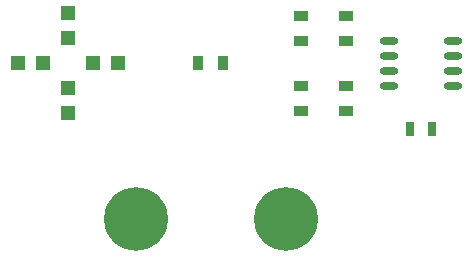
<source format=gbr>
G04*
G04 #@! TF.GenerationSoftware,Altium Limited,Altium Designer,24.9.1 (31)*
G04*
G04 Layer_Color=255*
%FSLAX25Y25*%
%MOIN*%
G70*
G04*
G04 #@! TF.SameCoordinates,A25FCC72-9D46-4550-BA20-9C7FB643A395*
G04*
G04*
G04 #@! TF.FilePolarity,Positive*
G04*
G01*
G75*
%ADD10C,0.21260*%
%ADD11R,0.04724X0.04724*%
%ADD12R,0.04724X0.03543*%
%ADD13R,0.02756X0.05118*%
%ADD14R,0.04724X0.04724*%
%ADD15R,0.03543X0.04724*%
%ADD16O,0.06102X0.02362*%
D10*
X193500Y54370D02*
D03*
X143500D02*
D03*
D11*
X112634Y106250D02*
D03*
X104366D02*
D03*
X137634D02*
D03*
X129366D02*
D03*
D12*
X198500Y113750D02*
D03*
Y122018D02*
D03*
X213500Y122018D02*
D03*
Y113750D02*
D03*
X198500Y90482D02*
D03*
Y98750D02*
D03*
X213500Y90482D02*
D03*
Y98750D02*
D03*
D13*
X234760Y84250D02*
D03*
X242240D02*
D03*
D14*
X121000Y122884D02*
D03*
Y114616D02*
D03*
Y97884D02*
D03*
Y89616D02*
D03*
D15*
X172634Y106250D02*
D03*
X164366D02*
D03*
D16*
X249130Y113750D02*
D03*
Y108750D02*
D03*
Y103750D02*
D03*
Y98750D02*
D03*
X227870Y113750D02*
D03*
Y108750D02*
D03*
Y103750D02*
D03*
Y98750D02*
D03*
M02*

</source>
